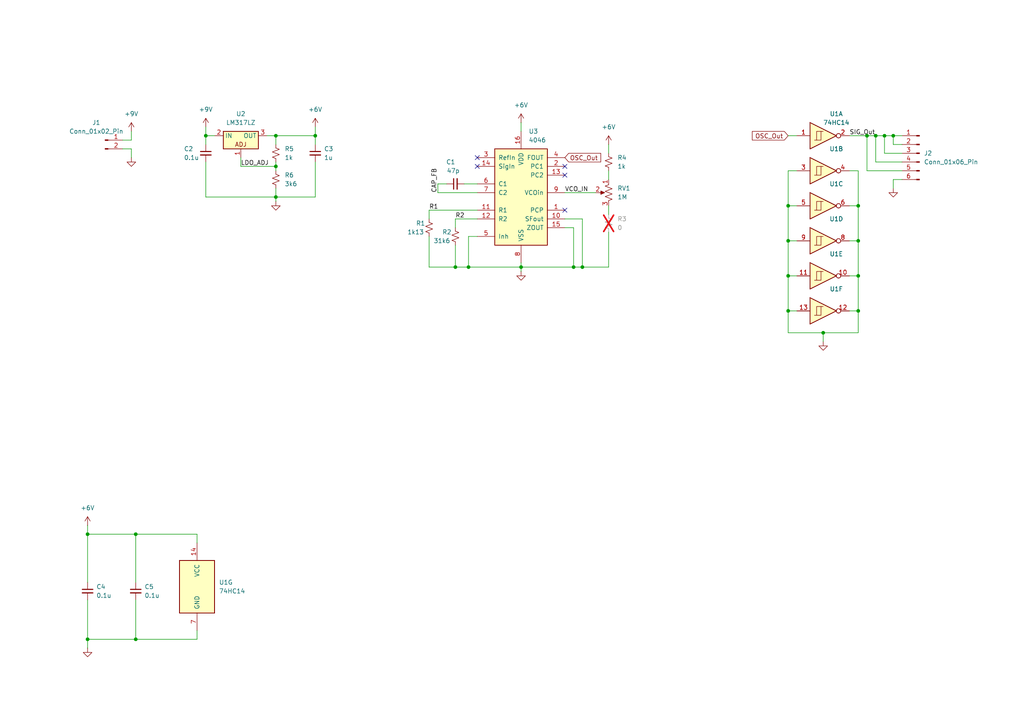
<source format=kicad_sch>
(kicad_sch (version 20250114) (generator "eeschema") (generator_version "9.0")
  (paper "A4")
  (title_block (title "Ground_Noise_Signal") (date "2025-11-06") (rev "0.0.1") (company "Johnathan Trachte"))
  (lib_symbols
    (symbol "4xxx:4046" (pin_names (offset 1.016))
      (property "Reference" "U" (at -7.62 13.97 0))
      (property "Value" "4046" (at -7.62 -16.51 0))
      (symbol "4046_1_0"
        (pin input line (at -12.7 10.16 0) (length 5.08) (name "RefIn") (number "3"))
        (pin input line (at -12.7 7.62 0) (length 5.08) (name "SigIn") (number "14"))
        (pin input line (at -12.7 2.54 0) (length 5.08) (name "C1") (number "6"))
        (pin input line (at -12.7 0 0) (length 5.08) (name "C2") (number "7"))
        (pin input line (at -12.7 -5.08 0) (length 5.08) (name "R1") (number "11"))
        (pin input line (at -12.7 -7.62 0) (length 5.08) (name "R2") (number "12"))
        (pin input line (at -12.7 -12.7 0) (length 5.08) (name "Inh") (number "5"))
        (pin power_in line (at 0 17.78 270) (length 5.08) (name "VDD") (number "16"))
        (pin power_in line (at 0 -20.32 90) (length 5.08) (name "VSS") (number "8"))
        (pin output line (at 12.7 10.16 180) (length 5.08) (name "FOUT") (number "4"))
        (pin output line (at 12.7 7.62 180) (length 5.08) (name "PC1") (number "2"))
        (pin tri_state line (at 12.7 5.08 180) (length 5.08) (name "PC2") (number "13"))
        (pin input line (at 12.7 0 180) (length 5.08) (name "VCOin") (number "9"))
        (pin output line (at 12.7 -5.08 180) (length 5.08) (name "PCP") (number "1"))
        (pin output line (at 12.7 -7.62 180) (length 5.08) (name "SFout") (number "10"))
        (pin output line (at 12.7 -10.16 180) (length 5.08) (name "ZOUT") (number "15"))
      )
      (symbol "4046_1_1"
        (rectangle (start -7.62 12.7) (end 7.62 -15.24) (stroke (width 0.254)) (fill (type background)))
      )
    )
    (symbol "74xx:74HC14" (pin_names (offset 1.016))
      (property "Reference" "U" (at 0 1.27 0))
      (property "Value" "74HC14" (at 0 -1.27 0))
      (symbol "74HC14_1_0"
        (polyline (pts (xy -3.81 3.81) (xy -3.81 -3.81) (xy 3.81 0) (xy -3.81 3.81)) (stroke (width 0.254)) (fill (type background)))
        (pin input line (at -7.62 0 0) (length 3.81) (name "~") (number "1"))
        (pin output inverted (at 7.62 0 180) (length 3.81) (name "~") (number "2"))
      )
      (symbol "74HC14_1_1"
        (polyline (pts (xy -2.54 -1.27) (xy -0.635 -1.27) (xy -0.635 1.27) (xy 0 1.27)))
        (polyline (pts (xy -1.905 -1.27) (xy -1.905 1.27) (xy -0.635 1.27)))
      )
      (symbol "74HC14_2_0"
        (polyline (pts (xy -3.81 3.81) (xy -3.81 -3.81) (xy 3.81 0) (xy -3.81 3.81)) (stroke (width 0.254)) (fill (type background)))
        (pin input line (at -7.62 0 0) (length 3.81) (name "~") (number "3"))
        (pin output inverted (at 7.62 0 180) (length 3.81) (name "~") (number "4"))
      )
      (symbol "74HC14_2_1"
        (polyline (pts (xy -2.54 -1.27) (xy -0.635 -1.27) (xy -0.635 1.27) (xy 0 1.27)))
        (polyline (pts (xy -1.905 -1.27) (xy -1.905 1.27) (xy -0.635 1.27)))
      )
      (symbol "74HC14_3_0"
        (polyline (pts (xy -3.81 3.81) (xy -3.81 -3.81) (xy 3.81 0) (xy -3.81 3.81)) (stroke (width 0.254)) (fill (type background)))
        (pin input line (at -7.62 0 0) (length 3.81) (name "~") (number "5"))
        (pin output inverted (at 7.62 0 180) (length 3.81) (name "~") (number "6"))
      )
      (symbol "74HC14_3_1"
        (polyline (pts (xy -2.54 -1.27) (xy -0.635 -1.27) (xy -0.635 1.27) (xy 0 1.27)))
        (polyline (pts (xy -1.905 -1.27) (xy -1.905 1.27) (xy -0.635 1.27)))
      )
      (symbol "74HC14_4_0"
        (polyline (pts (xy -3.81 3.81) (xy -3.81 -3.81) (xy 3.81 0) (xy -3.81 3.81)) (stroke (width 0.254)) (fill (type background)))
        (pin input line (at -7.62 0 0) (length 3.81) (name "~") (number "9"))
        (pin output inverted (at 7.62 0 180) (length 3.81) (name "~") (number "8"))
      )
      (symbol "74HC14_4_1"
        (polyline (pts (xy -2.54 -1.27) (xy -0.635 -1.27) (xy -0.635 1.27) (xy 0 1.27)))
        (polyline (pts (xy -1.905 -1.27) (xy -1.905 1.27) (xy -0.635 1.27)))
      )
      (symbol "74HC14_5_0"
        (polyline (pts (xy -3.81 3.81) (xy -3.81 -3.81) (xy 3.81 0) (xy -3.81 3.81)) (stroke (width 0.254)) (fill (type background)))
        (pin input line (at -7.62 0 0) (length 3.81) (name "~") (number "11"))
        (pin output inverted (at 7.62 0 180) (length 3.81) (name "~") (number "10"))
      )
      (symbol "74HC14_5_1"
        (polyline (pts (xy -2.54 -1.27) (xy -0.635 -1.27) (xy -0.635 1.27) (xy 0 1.27)))
        (polyline (pts (xy -1.905 -1.27) (xy -1.905 1.27) (xy -0.635 1.27)))
      )
      (symbol "74HC14_6_0"
        (polyline (pts (xy -3.81 3.81) (xy -3.81 -3.81) (xy 3.81 0) (xy -3.81 3.81)) (stroke (width 0.254)) (fill (type background)))
        (pin input line (at -7.62 0 0) (length 3.81) (name "~") (number "13"))
        (pin output inverted (at 7.62 0 180) (length 3.81) (name "~") (number "12"))
      )
      (symbol "74HC14_6_1"
        (polyline (pts (xy -2.54 -1.27) (xy -0.635 -1.27) (xy -0.635 1.27) (xy 0 1.27)))
        (polyline (pts (xy -1.905 -1.27) (xy -1.905 1.27) (xy -0.635 1.27)))
      )
      (symbol "74HC14_7_0"
        (pin power_in line (at 0 12.7 270) (length 5.08) (name "VCC") (number "14"))
        (pin power_in line (at 0 -12.7 90) (length 5.08) (name "GND") (number "7"))
      )
      (symbol "74HC14_7_1"
        (rectangle (start -5.08 7.62) (end 5.08 -7.62) (stroke (width 0.254)) (fill (type background)))
      )
    )
    (symbol "Connector:Conn_01x02_Pin" (pin_names (offset 1.016) (hide yes))
      (property "Reference" "J" (at 0 2.54 0))
      (property "Value" "Conn_01x02_Pin" (at 0 -5.08 0))
      (symbol "Conn_01x02_Pin_1_1"
        (rectangle (start 0.8636 0.127) (end 0 -0.127) (stroke (width 0.1524)) (fill (type outline)))
        (rectangle (start 0.8636 -2.413) (end 0 -2.667) (stroke (width 0.1524)) (fill (type outline)))
        (polyline (pts (xy 1.27 0) (xy 0.8636 0)) (stroke (width 0.1524)))
        (polyline (pts (xy 1.27 -2.54) (xy 0.8636 -2.54)) (stroke (width 0.1524)))
        (pin passive line (at 5.08 0 180) (length 3.81) (name "Pin_1") (number "1"))
        (pin passive line (at 5.08 -2.54 180) (length 3.81) (name "Pin_2") (number "2"))
      )
    )
    (symbol "Connector:Conn_01x06_Pin" (pin_names (offset 1.016) (hide yes))
      (property "Reference" "J" (at 0 7.62 0))
      (property "Value" "Conn_01x06_Pin" (at 0 -10.16 0))
      (symbol "Conn_01x06_Pin_1_1"
        (rectangle (start 0.8636 5.207) (end 0 4.953) (stroke (width 0.1524)) (fill (type outline)))
        (rectangle (start 0.8636 2.667) (end 0 2.413) (stroke (width 0.1524)) (fill (type outline)))
        (rectangle (start 0.8636 0.127) (end 0 -0.127) (stroke (width 0.1524)) (fill (type outline)))
        (rectangle (start 0.8636 -2.413) (end 0 -2.667) (stroke (width 0.1524)) (fill (type outline)))
        (rectangle (start 0.8636 -4.953) (end 0 -5.207) (stroke (width 0.1524)) (fill (type outline)))
        (rectangle (start 0.8636 -7.493) (end 0 -7.747) (stroke (width 0.1524)) (fill (type outline)))
        (polyline (pts (xy 1.27 5.08) (xy 0.8636 5.08)) (stroke (width 0.1524)))
        (polyline (pts (xy 1.27 2.54) (xy 0.8636 2.54)) (stroke (width 0.1524)))
        (polyline (pts (xy 1.27 0) (xy 0.8636 0)) (stroke (width 0.1524)))
        (polyline (pts (xy 1.27 -2.54) (xy 0.8636 -2.54)) (stroke (width 0.1524)))
        (polyline (pts (xy 1.27 -5.08) (xy 0.8636 -5.08)) (stroke (width 0.1524)))
        (polyline (pts (xy 1.27 -7.62) (xy 0.8636 -7.62)) (stroke (width 0.1524)))
        (pin passive line (at 5.08 5.08 180) (length 3.81) (name "Pin_1") (number "1"))
        (pin passive line (at 5.08 2.54 180) (length 3.81) (name "Pin_2") (number "2"))
        (pin passive line (at 5.08 0 180) (length 3.81) (name "Pin_3") (number "3"))
        (pin passive line (at 5.08 -2.54 180) (length 3.81) (name "Pin_4") (number "4"))
        (pin passive line (at 5.08 -5.08 180) (length 3.81) (name "Pin_5") (number "5"))
        (pin passive line (at 5.08 -7.62 180) (length 3.81) (name "Pin_6") (number "6"))
      )
    )
    (symbol "Device:C_Small" (pin_numbers (hide yes)) (pin_names (offset 0.254) (hide yes))
      (property "Reference" "C" (at 0.254 1.778 0))
      (property "Value" "C_Small" (at 0.254 -2.032 0))
      (symbol "C_Small_0_1"
        (polyline (pts (xy -1.524 0.508) (xy 1.524 0.508)) (stroke (width 0.3048)))
        (polyline (pts (xy -1.524 -0.508) (xy 1.524 -0.508)) (stroke (width 0.3302)))
      )
      (symbol "C_Small_1_1"
        (pin passive line (at 0 2.54 270) (length 2.032) (name "~") (number "1"))
        (pin passive line (at 0 -2.54 90) (length 2.032) (name "~") (number "2"))
      )
    )
    (symbol "Device:R_Potentiometer_US" (pin_names (offset 1.016) (hide yes))
      (property "Reference" "RV" (at -4.445 0 90))
      (property "Value" "R_Potentiometer_US" (at -2.54 0 90))
      (symbol "R_Potentiometer_US_0_1"
        (polyline (pts (xy 0 2.54) (xy 0 2.286)))
        (polyline (pts (xy 0 2.286) (xy 1.016 1.905) (xy 0 1.524) (xy -1.016 1.143) (xy 0 0.762)))
        (polyline (pts (xy 0 0.762) (xy 1.016 0.381) (xy 0 0) (xy -1.016 -0.381) (xy 0 -0.762)))
        (polyline (pts (xy 0 -0.762) (xy 1.016 -1.143) (xy 0 -1.524) (xy -1.016 -1.905) (xy 0 -2.286)))
        (polyline (pts (xy 0 -2.286) (xy 0 -2.54)))
        (polyline (pts (xy 1.143 0) (xy 2.286 0.508) (xy 2.286 -0.508) (xy 1.143 0)) (fill (type outline)))
        (polyline (pts (xy 2.54 0) (xy 1.524 0)))
      )
      (symbol "R_Potentiometer_US_1_1"
        (pin passive line (at 0 3.81 270) (length 1.27) (name "1") (number "1"))
        (pin passive line (at 0 -3.81 90) (length 1.27) (name "3") (number "3"))
        (pin passive line (at 3.81 0 180) (length 1.27) (name "2") (number "2"))
      )
    )
    (symbol "Device:R_Small_US" (pin_numbers (hide yes)) (pin_names (offset 0.254) (hide yes))
      (property "Reference" "R" (at 0.762 0.508 0))
      (property "Value" "R_Small_US" (at 0.762 -1.016 0))
      (symbol "R_Small_US_1_1"
        (polyline (pts (xy 0 1.524) (xy 1.016 1.143) (xy 0 0.762) (xy -1.016 0.381) (xy 0 0)))
        (polyline (pts (xy 0 0) (xy 1.016 -0.381) (xy 0 -0.762) (xy -1.016 -1.143) (xy 0 -1.524)))
        (pin passive line (at 0 2.54 270) (length 1.016) (name "~") (number "1"))
        (pin passive line (at 0 -2.54 90) (length 1.016) (name "~") (number "2"))
      )
    )
    (symbol "PCM_4ms_Power-symbol:+9V" (power) (pin_names (offset 0))
      (property "Value" "+9V" (at 0 3.556 0))
      (symbol "+9V_0_1"
        (polyline (pts (xy -0.762 1.27) (xy 0 2.54)))
        (polyline (pts (xy 0 2.54) (xy 0.762 1.27)))
        (polyline (pts (xy 0 0) (xy 0 2.54)))
      )
      (symbol "+9V_1_1"
        (pin power_in line (at 0 0 90) (length 0) (hide yes) (name "+9V") (number "1"))
      )
    )
    (symbol "PCM_Voltage_Regulator_AKL:LM317LZ"
      (property "Reference" "U" (at 0 6.35 0))
      (property "Value" "LM317LZ" (at 0 3.81 0))
      (symbol "LM317LZ_0_0"
        (rectangle (start -5.08 1.27) (end 5.08 -3.81) (stroke (width 0.254)) (fill (type background)))
        (text "ADJ" (at 0 -2.54 0) (effects (font (size 1.27 1.27))))
      )
      (symbol "LM317LZ_1_1"
        (pin power_in line (at -7.62 0 0) (length 2.54) (name "IN") (number "2"))
        (pin passive line (at 0 -6.35 90) (length 2.54) (name "~") (number "1"))
        (pin power_out line (at 7.62 0 180) (length 2.54) (name "OUT") (number "3"))
      )
    )
    (symbol "power:+6V" (power) (pin_numbers (hide yes)) (pin_names (offset 0) (hide yes))
      (property "Value" "+6V" (at 0 3.556 0))
      (symbol "+6V_0_1"
        (polyline (pts (xy -0.762 1.27) (xy 0 2.54)))
        (polyline (pts (xy 0 2.54) (xy 0.762 1.27)))
        (polyline (pts (xy 0 0) (xy 0 2.54)))
      )
      (symbol "+6V_1_1"
        (pin power_in line (at 0 0 90) (length 0) (name "~") (number "1"))
      )
    )
    (symbol "power:GND" (power) (pin_numbers (hide yes)) (pin_names (offset 0) (hide yes))
      (property "Value" "GND" (at 0 -3.81 0))
      (symbol "GND_0_1"
        (polyline (pts (xy 0 0) (xy 0 -1.27) (xy 1.27 -1.27) (xy 0 -2.54) (xy -1.27 -1.27) (xy 0 -1.27)))
      )
      (symbol "GND_1_1"
        (pin power_in line (at 0 0 270) (length 0) (name "~") (number "1"))
      )
    )
  )
  (junction (at 248.92 90.17))
  (junction (at 91.44 39.37))
  (junction (at 251.46 39.37))
  (junction (at 238.76 96.52))
  (junction (at 248.92 80.01))
  (junction (at 228.6 59.69))
  (junction (at 228.6 69.85))
  (junction (at 168.91 77.47))
  (junction (at 25.4 185.42))
  (junction (at 256.54 39.37))
  (junction (at 80.01 48.26))
  (junction (at 25.4 154.94))
  (junction (at 228.6 90.17))
  (junction (at 59.69 39.37))
  (junction (at 228.6 80.01))
  (junction (at 151.13 77.47))
  (junction (at 132.08 77.47))
  (junction (at 135.89 77.47))
  (junction (at 39.37 154.94))
  (junction (at 166.37 77.47))
  (junction (at 254 39.37))
  (junction (at 80.01 57.15))
  (junction (at 248.92 59.69))
  (junction (at 248.92 69.85))
  (junction (at 39.37 185.42))
  (junction (at 259.08 39.37))
  (junction (at 80.01 39.37))
  (no_connect (at 163.83 60.96))
  (no_connect (at 138.43 48.26))
  (no_connect (at 138.43 45.72))
  (no_connect (at 163.83 50.8))
  (no_connect (at 163.83 48.26))
  (wire (pts (xy 132.08 63.5) (xy 132.08 66.04)))
  (wire (pts (xy 25.4 173.99) (xy 25.4 185.42)))
  (wire (pts (xy 80.01 54.61) (xy 80.01 57.15)))
  (wire (pts (xy 176.53 41.91) (xy 176.53 44.45)))
  (wire (pts (xy 124.46 68.58) (xy 124.46 77.47)))
  (wire (pts (xy 25.4 185.42) (xy 39.37 185.42)))
  (wire (pts (xy 246.38 90.17) (xy 248.92 90.17)))
  (wire (pts (xy 246.38 39.37) (xy 251.46 39.37)))
  (wire (pts (xy 248.92 96.52) (xy 238.76 96.52)))
  (wire (pts (xy 176.53 67.31) (xy 176.53 77.47)))
  (wire (pts (xy 69.85 48.26) (xy 80.01 48.26)))
  (wire (pts (xy 138.43 68.58) (xy 135.89 68.58)))
  (wire (pts (xy 138.43 53.34) (xy 134.62 53.34)))
  (wire (pts (xy 77.47 39.37) (xy 80.01 39.37)))
  (wire (pts (xy 166.37 77.47) (xy 151.13 77.47)))
  (wire (pts (xy 228.6 80.01) (xy 231.14 80.01)))
  (wire (pts (xy 228.6 90.17) (xy 228.6 80.01)))
  (wire (pts (xy 176.53 77.47) (xy 168.91 77.47)))
  (wire (pts (xy 246.38 59.69) (xy 248.92 59.69)))
  (wire (pts (xy 246.38 49.53) (xy 248.92 49.53)))
  (wire (pts (xy 80.01 46.99) (xy 80.01 48.26)))
  (wire (pts (xy 261.62 52.07) (xy 259.08 52.07)))
  (wire (pts (xy 166.37 66.04) (xy 166.37 77.47)))
  (wire (pts (xy 25.4 152.4) (xy 25.4 154.94)))
  (wire (pts (xy 91.44 41.91) (xy 91.44 39.37)))
  (wire (pts (xy 261.62 46.99) (xy 254 46.99)))
  (wire (pts (xy 228.6 90.17) (xy 231.14 90.17)))
  (wire (pts (xy 135.89 77.47) (xy 151.13 77.47)))
  (wire (pts (xy 25.4 154.94) (xy 39.37 154.94)))
  (wire (pts (xy 80.01 57.15) (xy 91.44 57.15)))
  (wire (pts (xy 59.69 46.99) (xy 59.69 57.15)))
  (wire (pts (xy 38.1 40.64) (xy 38.1 38.1)))
  (wire (pts (xy 251.46 39.37) (xy 251.46 49.53)))
  (wire (pts (xy 59.69 36.83) (xy 59.69 39.37)))
  (wire (pts (xy 127 55.88) (xy 138.43 55.88)))
  (wire (pts (xy 163.83 55.88) (xy 172.72 55.88)))
  (wire (pts (xy 39.37 154.94) (xy 57.15 154.94)))
  (wire (pts (xy 163.83 66.04) (xy 166.37 66.04)))
  (wire (pts (xy 248.92 59.69) (xy 248.92 69.85)))
  (wire (pts (xy 228.6 69.85) (xy 231.14 69.85)))
  (wire (pts (xy 228.6 59.69) (xy 228.6 49.53)))
  (wire (pts (xy 248.92 90.17) (xy 248.92 96.52)))
  (wire (pts (xy 228.6 69.85) (xy 228.6 59.69)))
  (wire (pts (xy 35.56 43.18) (xy 38.1 43.18)))
  (wire (pts (xy 151.13 35.56) (xy 151.13 38.1)))
  (wire (pts (xy 228.6 39.37) (xy 231.14 39.37)))
  (wire (pts (xy 228.6 96.52) (xy 238.76 96.52)))
  (wire (pts (xy 176.53 49.53) (xy 176.53 52.07)))
  (wire (pts (xy 138.43 63.5) (xy 132.08 63.5)))
  (wire (pts (xy 261.62 49.53) (xy 251.46 49.53)))
  (wire (pts (xy 80.01 39.37) (xy 80.01 41.91)))
  (wire (pts (xy 151.13 76.2) (xy 151.13 77.47)))
  (wire (pts (xy 246.38 80.01) (xy 248.92 80.01)))
  (wire (pts (xy 163.83 63.5) (xy 168.91 63.5)))
  (wire (pts (xy 261.62 44.45) (xy 256.54 44.45)))
  (wire (pts (xy 256.54 44.45) (xy 256.54 39.37)))
  (wire (pts (xy 248.92 69.85) (xy 248.92 80.01)))
  (wire (pts (xy 259.08 39.37) (xy 261.62 39.37)))
  (wire (pts (xy 25.4 185.42) (xy 25.4 187.96)))
  (wire (pts (xy 176.53 59.69) (xy 176.53 62.23)))
  (wire (pts (xy 59.69 57.15) (xy 80.01 57.15)))
  (wire (pts (xy 57.15 182.88) (xy 57.15 185.42)))
  (wire (pts (xy 91.44 57.15) (xy 91.44 46.99)))
  (wire (pts (xy 59.69 39.37) (xy 59.69 41.91)))
  (wire (pts (xy 127 53.34) (xy 127 55.88)))
  (wire (pts (xy 151.13 77.47) (xy 151.13 78.74)))
  (wire (pts (xy 80.01 57.15) (xy 80.01 58.42)))
  (wire (pts (xy 38.1 45.72) (xy 38.1 43.18)))
  (wire (pts (xy 261.62 41.91) (xy 259.08 41.91)))
  (wire (pts (xy 254 39.37) (xy 254 46.99)))
  (wire (pts (xy 25.4 154.94) (xy 25.4 168.91)))
  (wire (pts (xy 132.08 77.47) (xy 135.89 77.47)))
  (wire (pts (xy 168.91 63.5) (xy 168.91 77.47)))
  (wire (pts (xy 129.54 53.34) (xy 127 53.34)))
  (wire (pts (xy 80.01 39.37) (xy 91.44 39.37)))
  (wire (pts (xy 124.46 77.47) (xy 132.08 77.47)))
  (wire (pts (xy 228.6 80.01) (xy 228.6 69.85)))
  (wire (pts (xy 228.6 59.69) (xy 231.14 59.69)))
  (wire (pts (xy 259.08 39.37) (xy 259.08 41.91)))
  (wire (pts (xy 228.6 96.52) (xy 228.6 90.17)))
  (wire (pts (xy 168.91 77.47) (xy 166.37 77.47)))
  (wire (pts (xy 39.37 154.94) (xy 39.37 168.91)))
  (wire (pts (xy 91.44 36.83) (xy 91.44 39.37)))
  (wire (pts (xy 228.6 49.53) (xy 231.14 49.53)))
  (wire (pts (xy 124.46 60.96) (xy 124.46 63.5)))
  (wire (pts (xy 254 39.37) (xy 256.54 39.37)))
  (wire (pts (xy 248.92 49.53) (xy 248.92 59.69)))
  (wire (pts (xy 80.01 48.26) (xy 80.01 49.53)))
  (wire (pts (xy 35.56 40.64) (xy 38.1 40.64)))
  (wire (pts (xy 132.08 71.12) (xy 132.08 77.47)))
  (wire (pts (xy 248.92 80.01) (xy 248.92 90.17)))
  (wire (pts (xy 246.38 69.85) (xy 248.92 69.85)))
  (wire (pts (xy 256.54 39.37) (xy 259.08 39.37)))
  (wire (pts (xy 251.46 39.37) (xy 254 39.37)))
  (wire (pts (xy 39.37 173.99) (xy 39.37 185.42)))
  (wire (pts (xy 57.15 157.48) (xy 57.15 154.94)))
  (wire (pts (xy 69.85 45.72) (xy 69.85 48.26)))
  (wire (pts (xy 138.43 60.96) (xy 124.46 60.96)))
  (wire (pts (xy 135.89 68.58) (xy 135.89 77.47)))
  (wire (pts (xy 259.08 52.07) (xy 259.08 54.61)))
  (wire (pts (xy 238.76 96.52) (xy 238.76 99.06)))
  (wire (pts (xy 39.37 185.42) (xy 57.15 185.42)))
  (wire (pts (xy 59.69 39.37) (xy 62.23 39.37)))
  (label "R2" (at 132.08 63.5 0))
  (label "R1" (at 124.46 60.96 0))
  (label "LDO_ADJ" (at 69.85 48.26 0))
  (label "SIG_Out" (at 246.38 39.37 0))
  (label "VCO_IN" (at 163.83 55.88 0))
  (label "CAP_FB" (at 127 55.88 90))
  (global_label "OSC_Out" (shape input) (at 163.83 45.72 0) (property "Intersheetrefs" "${INTERSHEET_REFS}" (effects (hide yes))))
  (global_label "OSC_Out" (shape input) (at 228.6 39.37 180) (property "Intersheetrefs" "${INTERSHEET_REFS}" (effects (hide yes))))
  (symbol (lib_id "power:GND") (at 238.76 99.06 0) (unit 1)
    (property "Reference" "#PWR012" (effects (hide yes)))
    (property "Value" "GND" (effects (hide yes)))
    (property "Description" "Power symbol creates a global label with name \"GND\" , ground" (effects (hide yes)))
  )
  (symbol (lib_id "Device:R_Small_US") (at 176.53 64.77 0) (unit 1) (dnp yes)
    (property "Reference" "R3" (at 179.07 63.4999 0) (effects (justify left)))
    (property "Value" "0" (at 179.07 66.0399 0) (effects (justify left)))
    (property "Footprint" "PCM_Resistor_THT_AKL:R_Axial_DIN0204_L3.6mm_D1.6mm_P5.08mm_Vertical" (effects (hide yes)))
    (property "Description" "Resistor, small US symbol" (effects (hide yes)))
  )
  (symbol (lib_id "Device:C_Small") (at 25.4 171.45 0) (unit 1)
    (property "Reference" "C4" (at 27.94 170.1862 0) (effects (justify left)))
    (property "Value" "0.1u" (at 27.94 172.7262 0) (effects (justify left)))
    (property "Footprint" "Capacitor_THT:C_Axial_L3.8mm_D2.6mm_P7.50mm_Horizontal" (effects (hide yes)))
    (property "Description" "Unpolarized capacitor, small symbol" (effects (hide yes)))
  )
  (symbol (lib_id "power:GND") (at 38.1 45.72 0) (unit 1)
    (property "Reference" "#PWR011" (effects (hide yes)))
    (property "Value" "GND" (effects (hide yes)))
    (property "Description" "Power symbol creates a global label with name \"GND\" , ground" (effects (hide yes)))
  )
  (symbol (lib_id "Device:C_Small") (at 39.37 171.45 0) (unit 1)
    (property "Reference" "C5" (at 41.91 170.1862 0) (effects (justify left)))
    (property "Value" "0.1u" (at 41.91 172.7262 0) (effects (justify left)))
    (property "Footprint" "Capacitor_THT:C_Axial_L3.8mm_D2.6mm_P7.50mm_Horizontal" (effects (hide yes)))
    (property "Description" "Unpolarized capacitor, small symbol" (effects (hide yes)))
  )
  (symbol (lib_id "74xx:74HC14") (at 238.76 49.53 0) (unit 2)
    (property "Reference" "U1" (at 242.57 43.18 0))
    (property "Value" "74HC14" (effects (hide yes)))
    (property "Footprint" "Package_DIP:DIP-14_W7.62mm_LongPads" (effects (hide yes)))
    (property "Datasheet" "http://www.ti.com/lit/gpn/sn74HC14" (effects (hide yes)))
    (property "Description" "Hex inverter schmitt trigger" (effects (hide yes)))
  )
  (symbol (lib_id "power:GND") (at 25.4 187.96 0) (unit 1)
    (property "Reference" "#PWR06" (effects (hide yes)))
    (property "Value" "GND" (effects (hide yes)))
    (property "Description" "Power symbol creates a global label with name \"GND\" , ground" (effects (hide yes)))
  )
  (symbol (lib_id "power:+6V") (at 176.53 41.91 0) (unit 1)
    (property "Reference" "#PWR05" (effects (hide yes)))
    (property "Value" "+6V" (at 176.53 36.83 0))
    (property "Description" "Power symbol creates a global label with name \"+6V\"" (effects (hide yes)))
  )
  (symbol (lib_id "power:GND") (at 80.01 58.42 0) (unit 1)
    (property "Reference" "#PWR09" (effects (hide yes)))
    (property "Value" "GND" (effects (hide yes)))
    (property "Description" "Power symbol creates a global label with name \"GND\" , ground" (effects (hide yes)))
  )
  (symbol (lib_id "74xx:74HC14") (at 57.15 170.18 0) (unit 7)
    (property "Reference" "U1" (at 63.5 168.9099 0) (effects (justify left)))
    (property "Value" "74HC14" (at 63.5 171.4499 0) (effects (justify left)))
    (property "Footprint" "Package_DIP:DIP-14_W7.62mm_LongPads" (effects (hide yes)))
    (property "Datasheet" "http://www.ti.com/lit/gpn/sn74HC14" (effects (hide yes)))
    (property "Description" "Hex inverter schmitt trigger" (effects (hide yes)))
  )
  (symbol (lib_id "power:+6V") (at 151.13 35.56 0) (unit 1)
    (property "Reference" "#PWR02" (effects (hide yes)))
    (property "Value" "+6V" (at 151.13 30.48 0))
    (property "Description" "Power symbol creates a global label with name \"+6V\"" (effects (hide yes)))
  )
  (symbol (lib_id "Device:R_Small_US") (at 132.08 68.58 0) (unit 1)
    (property "Reference" "R2" (at 128.27 67.31 0) (effects (justify left)))
    (property "Value" "31k6" (at 125.73 69.85 0) (effects (justify left)))
    (property "Footprint" "PCM_Resistor_THT_AKL:R_Axial_DIN0204_L3.6mm_D1.6mm_P5.08mm_Vertical" (effects (hide yes)))
    (property "Description" "Resistor, small US symbol" (effects (hide yes)))
  )
  (symbol (lib_id "4xxx:4046") (at 151.13 55.88 0) (unit 1)
    (property "Reference" "U3" (at 153.3241 38.1 0) (effects (justify left)))
    (property "Value" "4046" (at 153.3241 40.64 0) (effects (justify left)))
    (property "Footprint" "Package_DIP:DIP-16_W7.62mm_LongPads" (effects (hide yes)))
    (property "Datasheet" "https://assets.nexperia.com/documents/data-sheet/HEF4046B.pdf" (effects (hide yes)))
    (property "Description" "Phase Comp & VCO" (effects (hide yes)))
  )
  (symbol (lib_id "Device:R_Small_US") (at 124.46 66.04 0) (unit 1)
    (property "Reference" "R1" (at 120.65 64.77 0) (effects (justify left)))
    (property "Value" "1k13" (at 118.11 67.31 0) (effects (justify left)))
    (property "Footprint" "PCM_Resistor_THT_AKL:R_Axial_DIN0204_L3.6mm_D1.6mm_P5.08mm_Vertical" (effects (hide yes)))
    (property "Description" "Resistor, small US symbol" (effects (hide yes)))
  )
  (symbol (lib_id "74xx:74HC14") (at 238.76 69.85 0) (unit 4)
    (property "Reference" "U1" (at 242.57 63.5 0))
    (property "Value" "74HC14" (effects (hide yes)))
    (property "Footprint" "Package_DIP:DIP-14_W7.62mm_LongPads" (effects (hide yes)))
    (property "Datasheet" "http://www.ti.com/lit/gpn/sn74HC14" (effects (hide yes)))
    (property "Description" "Hex inverter schmitt trigger" (effects (hide yes)))
  )
  (symbol (lib_id "PCM_Voltage_Regulator_AKL:LM317LZ") (at 69.85 39.37 0) (unit 1)
    (property "Reference" "U2" (at 69.85 33.02 0))
    (property "Value" "LM317LZ" (at 69.85 35.56 0))
    (property "Footprint" "PCM_Package_TO_SOT_THT_AKL:TO-92L_Inline" (effects (hide yes)))
    (property "Datasheet" "https://www.st.com/resource/en/datasheet/lm217l.pdf" (effects (hide yes)))
    (property "Description" "TO-92 100mA Adjustable Voltage Regulator, Alternate KiCad Library" (effects (hide yes)))
  )
  (symbol (lib_id "74xx:74HC14") (at 238.76 39.37 0) (unit 1)
    (property "Reference" "U1" (at 242.57 33.02 0))
    (property "Value" "74HC14" (at 242.57 35.56 0))
    (property "Footprint" "Package_DIP:DIP-14_W7.62mm_LongPads" (effects (hide yes)))
    (property "Datasheet" "http://www.ti.com/lit/gpn/sn74HC14" (effects (hide yes)))
    (property "Description" "Hex inverter schmitt trigger" (effects (hide yes)))
  )
  (symbol (lib_id "74xx:74HC14") (at 238.76 59.69 0) (unit 3)
    (property "Reference" "U1" (at 242.57 53.34 0))
    (property "Value" "74HC14" (effects (hide yes)))
    (property "Footprint" "Package_DIP:DIP-14_W7.62mm_LongPads" (effects (hide yes)))
    (property "Datasheet" "http://www.ti.com/lit/gpn/sn74HC14" (effects (hide yes)))
    (property "Description" "Hex inverter schmitt trigger" (effects (hide yes)))
  )
  (symbol (lib_id "74xx:74HC14") (at 238.76 90.17 0) (unit 6)
    (property "Reference" "U1" (at 242.57 83.82 0))
    (property "Value" "74HC14" (effects (hide yes)))
    (property "Footprint" "Package_DIP:DIP-14_W7.62mm_LongPads" (effects (hide yes)))
    (property "Datasheet" "http://www.ti.com/lit/gpn/sn74HC14" (effects (hide yes)))
    (property "Description" "Hex inverter schmitt trigger" (effects (hide yes)))
  )
  (symbol (lib_id "Device:R_Small_US") (at 176.53 46.99 0) (unit 1)
    (property "Reference" "R4" (at 179.07 45.7199 0) (effects (justify left)))
    (property "Value" "1k" (at 179.07 48.2599 0) (effects (justify left)))
    (property "Footprint" "PCM_Resistor_THT_AKL:R_Axial_DIN0204_L3.6mm_D1.6mm_P5.08mm_Vertical" (effects (hide yes)))
    (property "Description" "Resistor, small US symbol" (effects (hide yes)))
  )
  (symbol (lib_id "Device:C_Small") (at 91.44 44.45 0) (unit 1)
    (property "Reference" "C3" (at 93.98 43.1862 0) (effects (justify left)))
    (property "Value" "1u" (at 93.98 45.7262 0) (effects (justify left)))
    (property "Footprint" "Capacitor_THT:C_Axial_L3.8mm_D2.6mm_P7.50mm_Horizontal" (effects (hide yes)))
    (property "Description" "Unpolarized capacitor, small symbol" (effects (hide yes)))
  )
  (symbol (lib_id "PCM_4ms_Power-symbol:+9V") (at 38.1 38.1 0) (unit 1)
    (property "Reference" "#PWR010" (effects (hide yes)))
    (property "Value" "+9V" (at 38.1 33.02 0))
    (property "Description" "Power symbol creates a global label with name \"+9V\"" (effects (hide yes)))
  )
  (symbol (lib_id "power:+6V") (at 25.4 152.4 0) (unit 1)
    (property "Reference" "#PWR01" (effects (hide yes)))
    (property "Value" "+6V" (at 25.4 147.32 0))
    (property "Description" "Power symbol creates a global label with name \"+6V\"" (effects (hide yes)))
  )
  (symbol (lib_id "power:GND") (at 151.13 78.74 0) (unit 1)
    (property "Reference" "#PWR07" (effects (hide yes)))
    (property "Value" "GND" (effects (hide yes)))
    (property "Description" "Power symbol creates a global label with name \"GND\" , ground" (effects (hide yes)))
  )
  (symbol (lib_id "Device:R_Potentiometer_US") (at 176.53 55.88 0) (mirror y) (unit 1)
    (property "Reference" "RV1" (at 179.07 54.6099 0) (effects (justify right)))
    (property "Value" "1M" (at 179.07 57.1499 0) (effects (justify right)))
    (property "Footprint" "PCM_Potentiometer_THT_AKL:Potentiometer_Alpha_RD901F-40-00D_Single_Vertical" (effects (hide yes)))
    (property "Description" "Potentiometer, US symbol" (effects (hide yes)))
  )
  (symbol (lib_id "PCM_4ms_Power-symbol:+9V") (at 59.69 36.83 0) (unit 1)
    (property "Reference" "#PWR03" (effects (hide yes)))
    (property "Value" "+9V" (at 59.69 31.75 0))
    (property "Description" "Power symbol creates a global label with name \"+9V\"" (effects (hide yes)))
  )
  (symbol (lib_id "Device:C_Small") (at 132.08 53.34 90) (unit 1)
    (property "Reference" "C1" (at 132.08 46.99 90) (effects (justify left)))
    (property "Value" "47p" (at 133.35 49.53 90) (effects (justify left)))
    (property "Footprint" "Capacitor_THT:C_Axial_L3.8mm_D2.6mm_P7.50mm_Horizontal" (effects (hide yes)))
    (property "Description" "Unpolarized capacitor, small symbol" (effects (hide yes)))
  )
  (symbol (lib_id "Device:R_Small_US") (at 80.01 52.07 0) (unit 1)
    (property "Reference" "R6" (at 82.55 50.7999 0) (effects (justify left)))
    (property "Value" "3k6" (at 82.55 53.3399 0) (effects (justify left)))
    (property "Footprint" "PCM_Resistor_THT_AKL:R_Axial_DIN0204_L3.6mm_D1.6mm_P5.08mm_Vertical" (effects (hide yes)))
    (property "Description" "Resistor, small US symbol" (effects (hide yes)))
  )
  (symbol (lib_id "power:GND") (at 259.08 54.61 0) (unit 1)
    (property "Reference" "#PWR08" (effects (hide yes)))
    (property "Value" "GND" (effects (hide yes)))
    (property "Description" "Power symbol creates a global label with name \"GND\" , ground" (effects (hide yes)))
  )
  (symbol (lib_id "Device:C_Small") (at 59.69 44.45 0) (unit 1)
    (property "Reference" "C2" (at 53.34 43.18 0) (effects (justify left)))
    (property "Value" "0.1u" (at 53.34 45.72 0) (effects (justify left)))
    (property "Footprint" "Capacitor_THT:C_Axial_L3.8mm_D2.6mm_P7.50mm_Horizontal" (effects (hide yes)))
    (property "Description" "Unpolarized capacitor, small symbol" (effects (hide yes)))
  )
  (symbol (lib_id "power:+6V") (at 91.44 36.83 0) (unit 1)
    (property "Reference" "#PWR04" (effects (hide yes)))
    (property "Value" "+6V" (at 91.44 31.75 0))
    (property "Description" "Power symbol creates a global label with name \"+6V\"" (effects (hide yes)))
  )
  (symbol (lib_id "Connector:Conn_01x06_Pin") (at 266.7 44.45 0) (mirror y) (unit 1)
    (property "Reference" "J2" (at 267.97 44.4499 0) (effects (justify right)))
    (property "Value" "Conn_01x06_Pin" (at 267.97 46.9899 0) (effects (justify right)))
    (property "Footprint" "TerminalBlock:TerminalBlock_bornier-6_P5.08mm" (effects (hide yes)))
    (property "Description" "Generic connector, single row, 01x06, script generated" (effects (hide yes)))
  )
  (symbol (lib_id "74xx:74HC14") (at 238.76 80.01 0) (unit 5)
    (property "Reference" "U1" (at 242.57 73.66 0))
    (property "Value" "74HC14" (effects (hide yes)))
    (property "Footprint" "Package_DIP:DIP-14_W7.62mm_LongPads" (effects (hide yes)))
    (property "Datasheet" "http://www.ti.com/lit/gpn/sn74HC14" (effects (hide yes)))
    (property "Description" "Hex inverter schmitt trigger" (effects (hide yes)))
  )
  (symbol (lib_id "Device:R_Small_US") (at 80.01 44.45 0) (unit 1)
    (property "Reference" "R5" (at 82.55 43.1799 0) (effects (justify left)))
    (property "Value" "1k" (at 82.55 45.7199 0) (effects (justify left)))
    (property "Footprint" "PCM_Resistor_THT_AKL:R_Axial_DIN0204_L3.6mm_D1.6mm_P5.08mm_Vertical" (effects (hide yes)))
    (property "Description" "Resistor, small US symbol" (effects (hide yes)))
  )
  (symbol (lib_id "Connector:Conn_01x02_Pin") (at 30.48 40.64 0) (unit 1)
    (property "Reference" "J1" (at 27.94 35.56 0))
    (property "Value" "Conn_01x02_Pin" (at 27.94 38.1 0))
    (property "Footprint" "TerminalBlock:TerminalBlock_bornier-2_P5.08mm" (effects (hide yes)))
    (property "Description" "Generic connector, single row, 01x02, script generated" (effects (hide yes)))
  )
)
</source>
